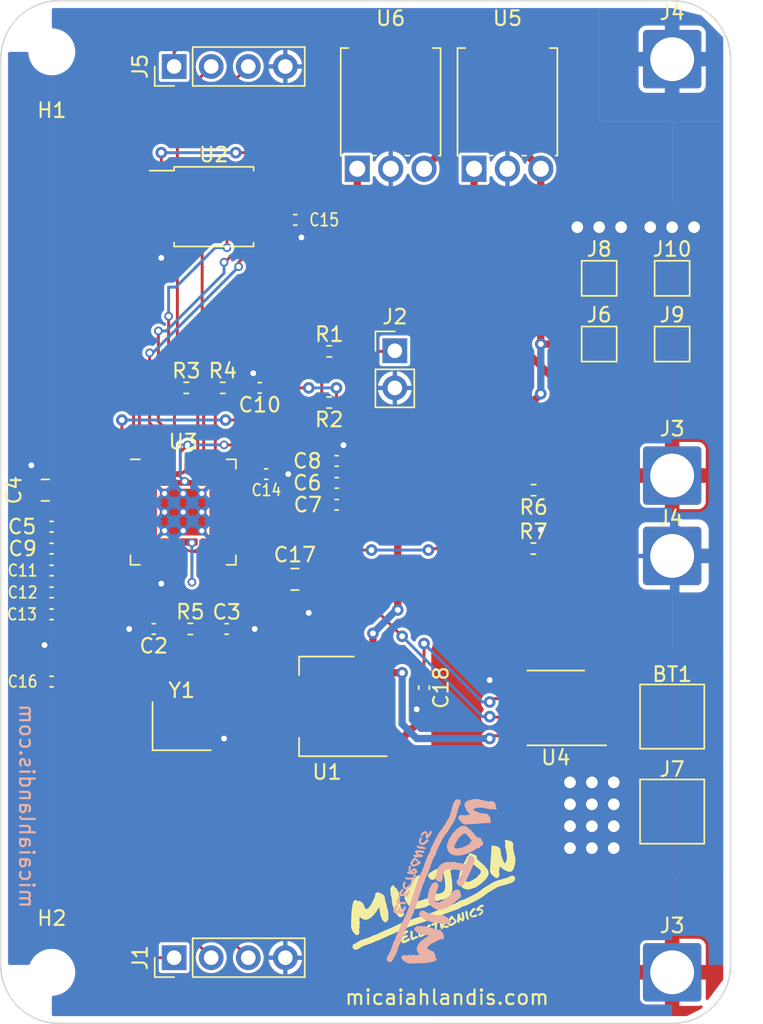
<source format=kicad_pcb>
(kicad_pcb (version 20221018) (generator pcbnew)
  (layers (0 "F.Cu" signal) (31 "B.Cu" signal) (34 "B.Paste" user) (35 "F.Paste" user) (36 "B.SilkS" user "B.Silkscreen") (37 "F.SilkS" user "F.Silkscreen") (38 "B.Mask" user) (39 "F.Mask" user) (44 "Edge.Cuts" user))
  (net 0 "")
  (net 1 "/XIN")
  (net 2 "GND")
  (net 3 "Net-(C3-Pad1)")
  (net 4 "+3V3")
  (net 5 "+1V1")
  (net 6 "Net-(U4-FILTER)")
  (net 7 "/GPIO0")
  (net 8 "/GPIO1")
  (net 9 "/GPIO2")
  (net 10 "/~{USB_BOOT}")
  (net 11 "+5V")
  (net 12 "/USB_D+")
  (net 13 "/USB_D-")
  (net 14 "/Battery_+")
  (net 15 "/QSPI_SS")
  (net 16 "Net-(U3-USB_DP)")
  (net 17 "Net-(U3-USB_DM)")
  (net 18 "/XOUT")
  (net 19 "/GPIO27_ADC1")
  (net 20 "/QSPI_SD1")
  (net 21 "/QSPI_SD2")
  (net 22 "/QSPI_SD0")
  (net 23 "/QSPI_SCLK")
  (net 24 "/QSPI_SD3")
  (net 25 "/Battery_+'")
  (net 26 "/GPIO26_ADC0")
  (net 27 "/GPIO3")
  (net 28 "/GPIO4")
  (net 29 "/GPIO5")
  (net 30 "/GPIO6")
  (net 31 "/GPIO7")
  (net 32 "/GPIO8")
  (net 33 "/GPIO9")
  (net 34 "/GPIO10")
  (net 35 "/GPIO11")
  (net 36 "/GPIO12")
  (net 37 "/GPIO13")
  (net 38 "/GPIO14")
  (net 39 "/GPIO15")
  (net 40 "/SWCLK")
  (net 41 "/SWD")
  (net 42 "/RUN")
  (net 43 "/GPIO16")
  (net 44 "/GPIO17")
  (net 45 "/GPIO18")
  (net 46 "/GPIO19")
  (net 47 "/GPIO20")
  (net 48 "/GPIO21")
  (net 49 "/GPIO22")
  (net 50 "/GPIO23")
  (net 51 "/GPIO24")
  (net 52 "/GPIO25")
  (net 53 "/GPIO28_ADC2")
  (net 54 "/GPIO29_ADC3")
  (footprint "Package_SO:SOIC-8_5.23x5.23mm_P1.27mm" (layer "F.Cu") (at 84.6 64.095)
    (fp_text reference "U2")
    (fp_text value "W25Q128JVS")
  )
  (footprint "Connector_PinHeader_2.54mm:PinHeader_1x04_P2.54mm_Vertical" (layer "F.Cu") (at 81.88 54.5 90)
    (fp_text reference "J5")
    (fp_text value "USB_data")
  )
  (footprint "MountingHole:MountingHole_2.7mm_M2.5" (layer "F.Cu") (at 73.5 53.5)
    (fp_text reference "H1")
    (fp_text value "MountingHole" hide)
  )
  (footprint "Capacitor_SMD:C_0402_1005Metric" (layer "F.Cu") (at 87.745 76.5 180)
    (fp_text reference "C10")
    (fp_text value "1u")
  )
  (footprint "Resistor_SMD:R_0402_1005Metric" (layer "F.Cu") (at 92.5 77.5 180)
    (fp_text reference "R2")
    (fp_text value "DNF")
  )
  (footprint "MountingHole:MountingHole_2.7mm_M2.5" (layer "F.Cu") (at 73.5 116.5)
    (fp_text reference "H2")
    (fp_text value "MountingHole" hide)
  )
  (footprint "TestPoint:TestPoint_Pad_4.0x4.0mm" (layer "F.Cu") (at 116 99)
    (fp_text reference "BT1")
    (fp_text value "4s Li-ion Battery")
  )
  (footprint "Connector_Wire:SolderWire-2.5sqmm_1x01_D2.4mm_OD3.6mm" (layer "F.Cu") (at 116 54)
    (fp_text reference "J4")
    (fp_text value "USB-PD_GND" hide)
  )
  (footprint "raspberry:RP2040-QFN-56" (layer "F.Cu") (at 82.5 85)
    (fp_text reference "U3")
    (fp_text value "RP2040")
  )
  (footprint "Capacitor_SMD:C_0402_1005Metric" (layer "F.Cu") (at 80.48 93 180)
    (fp_text reference "C2")
    (fp_text value "15p")
  )
  (footprint "Capacitor_SMD:C_0402_1005Metric" (layer "F.Cu") (at 93.02 81.5)
    (fp_text reference "C8")
    (fp_text value "1u")
  )
  (footprint "TestPoint:TestPoint_Pad_4.0x4.0mm" (layer "F.Cu") (at 116 105.5)
    (fp_text reference "J7")
    (fp_text value "Conn_01x01_Socket" hide)
  )
  (footprint "Package_TO_SOT_SMD:SOT-223-3_TabPin2" (layer "F.Cu") (at 92.35 98.3 180)
    (fp_text reference "U1")
    (fp_text value "NCP1117-3.3_SOT223")
  )
  (footprint "Connector_PinHeader_2.54mm:PinHeader_1x04_P2.54mm_Vertical" (layer "F.Cu") (at 81.88 115.5 90)
    (fp_text reference "J1")
    (fp_text value "OLED_Display")
  )
  (footprint "Capacitor_SMD:C_0805_2012Metric" (layer "F.Cu") (at 90.15 89.6)
    (fp_text reference "C17")
    (fp_text value "10u")
  )
  (footprint "Resistor_SMD:R_0402_1005Metric" (layer "F.Cu") (at 92.51 74)
    (fp_text reference "R1")
    (fp_text value "1k")
  )
  (footprint "Connector_Wire:SolderWire-2.5sqmm_1x01_D2.4mm_OD3.6mm" (layer "F.Cu") (at 116 116.5)
    (fp_text reference "J3")
    (fp_text value "USB-PD")
  )
  (footprint "Capacitor_SMD:C_0402_1005Metric" (layer "F.Cu") (at 73.48 92 180)
    (fp_text reference "C13")
    (fp_text value "100n")
  )
  (footprint "Resistor_SMD:R_0402_1005Metric" (layer "F.Cu") (at 82.715 76.5)
    (fp_text reference "R3")
    (fp_text value "27")
  )
  (footprint "Connector_Wire:SolderWire-2.5sqmm_1x01_D2.4mm_OD3.6mm" (layer "F.Cu") (at 116 88)
    (fp_text reference "J4")
    (fp_text value "USB-PD_GND" hide)
  )
  (footprint "Capacitor_SMD:C_0402_1005Metric" (layer "F.Cu") (at 85.48 93)
    (fp_text reference "C3")
    (fp_text value "15p")
  )
  (footprint "TestPoint:TestPoint_Pad_2.0x2.0mm" (layer "F.Cu") (at 111 73.5)
    (fp_text reference "J6")
    (fp_text value "5v_wirelessCharger_+")
  )
  (footprint "Capacitor_SMD:C_0402_1005Metric" (layer "F.Cu") (at 73.48 90.5 180)
    (fp_text reference "C12")
    (fp_text value "100n")
  )
  (footprint "Capacitor_SMD:C_0402_1005Metric" (layer "F.Cu") (at 73.48 86 180)
    (fp_text reference "C5")
    (fp_text value "100n")
  )
  (footprint "Capacitor_SMD:C_0402_1005Metric" (layer "F.Cu") (at 90.18 65)
    (fp_text reference "C15")
    (fp_text value "100n")
  )
  (footprint "Resistor_SMD:R_0402_1005Metric" (layer "F.Cu") (at 106.49 87.5)
    (fp_text reference "R7")
    (fp_text value "1.8k")
  )
  (footprint "TestPoint:TestPoint_Pad_2.0x2.0mm" (layer "F.Cu") (at 116 73.5)
    (fp_text reference "J9")
    (fp_text value "batt_V_forBarrel_+")
  )
  (footprint "Resistor_SMD:R_0402_1005Metric" (layer "F.Cu") (at 106.51 83.5 180)
    (fp_text reference "R6")
    (fp_text value "10k")
  )
  (footprint "Package_SO:SOIC-8_3.9x4.9mm_P1.27mm" (layer "F.Cu") (at 108.025 98.405 180)
    (fp_text reference "U4")
    (fp_text value "ACS712xLCTR-20A")
  )
  (footprint "Capacitor_SMD:C_0402_1005Metric" (layer "F.Cu") (at 99 97.02 -90)
    (fp_text reference "C18")
    (fp_text value "1n")
  )
  (footprint "Resistor_SMD:R_0402_1005Metric" (layer "F.Cu") (at 82.99 93)
    (fp_text reference "R5")
    (fp_text value "1k")
  )
  (footprint "Capacitor_SMD:C_0402_1005Metric" (layer "F.Cu") (at 88.18 82.4)
    (fp_text reference "C14")
    (fp_text value "100n")
  )
  (footprint "Capacitor_SMD:C_0402_1005Metric" (layer "F.Cu") (at 93.02 83)
    (fp_text reference "C6")
    (fp_text value "100n")
  )
  (footprint "Capacitor_SMD:C_0402_1005Metric" (layer "F.Cu") (at 93.02 84.5)
    (fp_text reference "C7")
    (fp_text value "100n")
  )
  (footprint "Capacitor_SMD:C_0805_2012Metric" (layer "F.Cu") (at 73.05 83.5 180)
    (fp_text reference "C4")
    (fp_text value "10u")
  )
  (footprint "Capacitor_SMD:C_0402_1005Metric" (layer "F.Cu") (at 73.48 87.5 180)
    (fp_text reference "C9")
    (fp_text value "100n")
  )
  (footprint "TestPoint:TestPoint_Pad_2.0x2.0mm" (layer "F.Cu") (at 111 69)
    (fp_text reference "J8")
    (fp_text value "wirelesscharger_gnd" hide)
  )
  (footprint "Images:Micjon electronics logo" (layer "F.Cu") (at 99.7 110.7)
    (fp_text reference "G***" hide)
    (fp_text value "LOGO" hide)
  )
  (footprint "Resistor_SMD:R_0402_1005Metric" (layer "F.Cu") (at 85.215 76.5)
    (fp_text reference "R4")
    (fp_text value "27")
  )
  (footprint "Package_TO_SOT_THT:SIPAK-1EP_Horizontal_TabDown" (layer "F.Cu") (at 102.428 61.5)
    (fp_text reference "U5")
    (fp_text value "L7805CV")
  )
  (footprint "Connector_PinHeader_2.54mm:PinHeader_1x02_P2.54mm_Vertical" (layer "F.Cu") (at 97 73.96)
    (fp_text reference "J2")
    (fp_text value "Conn_01x02")
  )
  (footprint "Capacitor_SMD:C_0402_1005Metric" (layer "F.Cu") (at 73.48 89 180)
    (fp_text reference "C11")
    (fp_text value "100n")
  )
  (footprint "TestPoint:TestPoint_Pad_2.0x2.0mm" (layer "F.Cu") (at 116 69)
    (fp_text reference "J10")
    (fp_text value "batt_V_forBarrel_-" hide)
  )
  (footprint "Crystal:Crystal_SMD_3225-4Pin_3.2x2.5mm" (layer "F.Cu") (at 82.4 99.65)
    (fp_text reference "Y1")
    (fp_text value "ABM8-272-T3")
  )
  (footprint "Capacitor_SMD:C_0402_1005Metric" (layer "F.Cu") (at 73.48 96.6 180)
    (fp_text reference "C16")
    (fp_text value "100n")
  )
  (footprint "Package_TO_SOT_THT:SIPAK-1EP_Horizontal_TabDown" (layer "F.Cu") (at 94.428 61.5)
    (fp_text reference "U6")
    (fp_text value "L7805CV")
  )
  (footprint "Connector_Wire:SolderWire-2.5sqmm_1x01_D2.4mm_OD3.6mm" (layer "F.Cu") (at 116 82.5)
    (fp_text reference "J3")
    (fp_text value "USB-PD")
  )
  (footprint "Images:Micjon electronics logo" (layer "B.Cu") (at 100.7 110.2 90)
    (fp_text reference "G***" hide)
    (fp_text value "LOGO" hide)
  )
  (gr_line (start 70 54) (end 70 116) (stroke (width 0.1)) (layer "Edge.Cuts"))
  (gr_line (start 74 50) (end 116 50) (stroke (width 0.1)) (layer "Edge.Cuts"))
  (gr_line (start 116 120) (end 74 120) (stroke (width 0.1)) (layer "Edge.Cuts"))
  (gr_arc (start 120 116) (mid 118.828427 118.828427) (end 116 120) (stroke (width 0.1)) (layer "Edge.Cuts"))
  (gr_line (start 120 54) (end 120 116) (stroke (width 0.1)) (layer "Edge.Cuts"))
  (gr_arc (start 116 50) (mid 118.828427 51.171573) (end 120 54) (stroke (width 0.1)) (layer "Edge.Cuts"))
  (gr_arc (start 70 54) (mid 71.171573 51.171573) (end 74 50) (stroke (width 0.1)) (layer "Edge.Cuts"))
  (gr_arc (start 74 120) (mid 71.171573 118.828427) (end 70 116) (stroke (width 0.1)) (layer "Edge.Cuts"))
  (gr_text "micaiahlandis.com" (at 71.2 112.2 -90) (layer "B.SilkS") (effects (font (size 1 1)) (justify left bottom mirror)))
  (gr_text "micaiahlandis.com" (at 93.5 118.8) (layer "F.SilkS") (effects (font (size 1 1)) (justify left bottom)))
  (segment (start 80.96 93) (end 79.9 94.06) (width 0.2) (layer "F.Cu") (net 1))
  (segment (start 80.96 91.34) (end 80.96 93) (width 0.2) (layer "F.Cu") (net 1))
  (segment (start 81.9 88.4375) (end 81.9 90.4) (width 0.2) (layer "F.Cu") (net 1))
  (segment (start 79.9 94.06) (end 79.9 100.5) (width 0.2) (layer "F.Cu") (net 1))
  (segment (start 81.9 90.4) (end 80.96 91.34) (width 0.2) (layer "F.Cu") (net 1))
  (segment (start 79.9 100.5) (end 81.3 100.5) (width 0.2) (layer "F.Cu") (net 1))
  (segment (start 81 89.9) (end 81.034364 89.865635) (width 0.2) (layer "F.Cu") (net 2))
  (segment (start 107 87.5) (end 107 86.2) (width 0.2) (layer "F.Cu") (net 2))
  (segment (start 85.96 93) (end 87.4 93) (width 0.2) (layer "F.Cu") (net 2))
  (segment (start 88.66 82.4) (end 89.7 82.4) (width 0.25) (layer "F.Cu") (net 2))
  (segment (start 87.4 93) (end 87.1 93) (width 0.2) (layer "F.Cu") (net 2))
  (segment (start 81.5 89.4) (end 81 89.9) (width 0.2) (layer "F.Cu") (net 2))
  (segment (start 93.5 81.5) (end 93.5 80.4) (width 0.2) (layer "F.Cu") (net 2))
  (segment (start 73 93.5) (end 73 92) (width 0.2) (layer "F.Cu") (net 2))
  (segment (start 81 66) (end 81 67.6) (width 0.2) (layer "F.Cu") (net 2))
  (segment (start 87.3 75.5) (end 87.2 75.5) (width 0.2) (layer "F.Cu") (net 2))
  (segment (start 87.265 75.435) (end 87.3 75.4) (width 0.2) (layer "F.Cu") (net 2))
  (segment (start 81.5 88.4375) (end 81.5 89.4) (width 0.2) (layer "F.Cu") (net 2))
  (segment (start 73 90.5) (end 73 89) (width 0.2) (layer "F.Cu") (net 2))
  (segment (start 83.024264 100.5) (end 83.5 100.5) (width 0.2) (layer "F.Cu") (net 2))
  (segment (start 73 87.5) (end 73 86) (width 0.2) (layer "F.Cu") (net 2))
  (segment (start 99 97.5) (end 99 98) (width 0.2) (layer "F.Cu") (net 2))
  (segment (start 87.265 76.5) (end 87.265 75.790137) (width 0.2) (layer "F.Cu") (net 2))
  (segment (start 73 95) (end 73 93.5) (width 0.2) (layer "F.Cu") (net 2))
  (segment (start 78.8 93) (end 78.7 93) (width 0.2) (layer "F.Cu") (net 2))
  (segment (start 95.5 100.6) (end 97.4 100.6) (width 0.5) (layer "F.Cu") (net 2))
  (segment (start 90.66 65) (end 90.66 66.14) (width 0.25) (layer "F.Cu") (net 2))
  (segment (start 73 86) (end 72.7 86) (width 0.2) (layer "F.Cu") (net 2))
  (segment (start 81.3 98.8) (end 81.324264 98.8) (width 0.2) (layer "F.Cu") (net 2))
  (segment (start 80 93) (end 78.8 93) (width 0.2) (layer "F.Cu") (net 2))
  (segment (start 87.3 75.4) (end 87.3 75.5) (width 0.2) (layer "F.Cu") (net 2))
  (segment (start 99 98) (end 98.5 98.5) (width 0.2) (layer "F.Cu") (net 2))
  (segment (start 73 92) (end 73 90.5) (width 0.2) (layer "F.Cu") (net 2))
  (segment (start 72.7 86) (end 72.1 85.4) (width 0.2) (layer "F.Cu") (net 2))
  (segment (start 72.1 85.4) (end 72.1 83.5) (width 0.2) (layer "F.Cu") (net 2))
  (segment (start 87.2 75.5) (end 87.3 75.4) (width 0.2) (layer "F.Cu") (net 2))
  (segment (start 83.5 100.5) (end 85.3 100.5) (width 0.2) (layer "F.Cu") (net 2))
  (segment (start 98.5 99.5) (end 98.5 98.5) (width 0.5) (layer "F.Cu") (net 2))
  (segment (start 81.324264 98.8) (end 83.024264 100.5) (width 0.2) (layer "F.Cu") (net 2))
  (segment (start 97.4 100.6) (end 98.5 99.5) (width 0.5) (layer "F.Cu") (net 2))
  (segment (start 93.5 81.5) (end 93.5 84.5) (width 0.2) (layer "F.Cu") (net 2))
  (segment (start 72.1 81.8) (end 72.1 83.5) (width 0.4) (layer "F.Cu") (net 2))
  (segment (start 73 89) (end 73 87.5) (width 0.2) (layer "F.Cu") (net 2))
  (segment (start 87.24 75.44) (end 87.3 75.5) (width 0.25) (layer "F.Cu") (net 2))
  (segment (start 91.1 89.6) (end 91.1 91.9) (width 0.25) (layer "F.Cu") (net 2))
  (segment (start 90.66 66.14) (end 90.6 66.2) (width 0.25) (layer "F.Cu") (net 2))
  (segment (start 73 96.5) (end 73 95) (width 0.2) (layer "F.Cu") (net 2))
  (segment (start 105.55 96.5) (end 103.5 96.5) (width 0.2) (layer "F.Cu") (net 2))
  (via (at 110.5 103.5) (size 1) (drill 0.8) (layers "F.Cu" "B.Cu") (net 2))
  (via (at 81 89.9) (size 0.8) (drill 0.4) (layers "F.Cu" "B.Cu") (net 2))
  (via (at 114.5 65.5) (size 1) (drill 0.8) (layers "F.Cu" "B.Cu") (net 2))
  (via (at 117.5 65.5) (size 1) (drill 0.8) (layers "F.Cu" "B.Cu") (net 2))
  (via (at 93.480453 80.418585) (size 0.8) (drill 0.4) (layers "F.Cu" "B.Cu") (net 2))
  (via (at 87.3 75.5) (size 0.8) (drill 0.4) (layers "F.Cu" "B.Cu") (net 2))
  (via (at 112.5 65.5) (size 1) (drill 0.8) (layers "F.Cu" "B.Cu") (net 2))
  (via (at 116 65.5) (size 1) (drill 0.8) (layers "F.Cu" "B.Cu") (net 2))
  (via (at 89.7 82.4) (size 0.8) (drill 0.4) (layers "F.Cu" "B.Cu") (net 2))
  (via (at 98.5 98.5) (size 0.8) (drill 0.4) (layers "F.Cu" "B.Cu") (net 2))
  (via (at 112 103.5) (size 1) (drill 0.8) (layers "F.Cu" "B.Cu") (net 2))
  (via (at 73 94.1) (size 0.8) (drill 0.4) (layers "F.Cu" "B.Cu") (net 2))
  (via (at 81 67.6) (size 0.8) (drill 0.4) (layers "F.Cu" "B.Cu") (net 2))
  (via (at 112 108) (size 1) (drill 0.8) (layers "F.Cu" "B.Cu") (net 2))
  (via (at 72.1 81.8) (size 0.8) (drill 0.4) (layers "F.Cu" "B.Cu") (net 2))
  (via (at 78.8 93) (size 0.8) (drill 0.4) (layers "F.Cu" "B.Cu") (net 2))
  (via (at 111 65.5) (size 1) (drill 0.8) (layers "F.Cu" "B.Cu") (net 2))
  (via (at 112 105) (size 1) (drill 0.8) (layers "F.Cu" "B.Cu") (net 2))
  (via (at 112 106.5) (size 1) (drill 0.8) (layers "F.Cu" "B.Cu") (net 2))
  (via (at 103.5 96.5) (size 0.8) (drill 0.4) (layers "F.Cu" "B.Cu") (net 2))
  (via (at 109.5 65.5) (size 1) (drill 0.8) (layers "F.Cu" "B.Cu") (net 2))
  (via (at 109 103.5) (size 1) (drill 0.8) (layers "F.Cu" "B.Cu") (net 2))
  (via (at 109 106.5) (size 1) (drill 0.8) (layers "F.Cu" "B.Cu") (net 2))
  (via (at 110.5 105) (size 1) (drill 0.8) (layers "F.Cu" "B.Cu") (net 2))
  (via (at 85.3 100.5) (size 0.8) (drill 0.4) (layers "F.Cu" "B.Cu") (net 2))
  (via (at 87.4 93) (size 0.8) (drill 0.4) (layers "F.Cu" "B.Cu") (net 2))
  (via (at 91.1 91.9) (size 0.8) (drill 0.4) (layers "F.Cu" "B.Cu") (net 2))
  (via (at 107 86.2) (size 0.8) (drill 0.4) (layers "F.Cu" "B.Cu") (net 2))
  (via (at 110.5 106.5) (size 1) (drill 0.8) (layers "F.Cu" "B.Cu") (net 2))
  (via (at 90.6 66.2) (size 0.8) (drill 0.4) (layers "F.Cu" "B.Cu") (net 2))
  (via (at 109 105) (size 1) (drill 0.8) (layers "F.Cu" "B.Cu") (net 2))
  (via (at 109 108) (size 1) (drill 0.8) (layers "F.Cu" "B.Cu") (net 2))
  (via (at 110.5 108) (size 1) (drill 0.8) (layers "F.Cu" "B.Cu") (net 2))
  (segment (start 83.5 93) (end 83.5 98.8) (width 0.2) (layer "F.Cu") (net 3))
  (segment (start 85 93) (end 83.5 93) (width 0.2) (layer "F.Cu") (net 3))
  (segment (start 86.469974 86) (end 89.2 88.730026) (width 0.2) (layer "F.Cu") (net 4))
  (segment (start 85.9375 86) (end 85 86) (width 0.2) (layer "F.Cu") (net 4))
  (segment (start 89.7 66.8) (end 89.7 62.89) (width 0.2) (layer "F.Cu") (net 4))
  (segment (start 79.0625 82.4) (end 75.1 82.4) (width 0.2) (layer "F.Cu") (net 4))
  (segment (start 85.1 82.5) (end 85.1 82.6) (width 0.2) (layer "F.Cu") (net 4))
  (segment (start 93 76.5) (end 93.01 76.51) (width 0.2) (layer "F.Cu") (net 4))
  (segment (start 73.96 86) (end 73.96 87.5) (width 0.2) (layer "F.Cu") (net 4))
  (segment (start 73.96 87.5) (end 73.96 89) (width 0.2) (layer "F.Cu") (net 4))
  (segment (start 84.7 78) (end 84.7 81.5625) (width 0.2) (layer "F.Cu") (net 4))
  (segment (start 88.225 76.5) (end 88.225 68.275) (width 0.2) (layer "F.Cu") (net 4))
  (segment (start 89.2 88.730026) (end 89.2 98.3) (width 0.2) (layer "F.Cu") (net 4))
  (segment (start 82.7 81.5625) (end 82.7 82.094974) (width 0.2) (layer "F.Cu") (net 4))
  (segment (start 82.2 82.3) (end 82.1 82.4) (width 0.2) (layer "F.Cu") (net 4))
  (segment (start 83.1 82.4) (end 82.7 82) (width 0.2) (layer "F.Cu") (net 4))
  (segment (start 85.9375 82.4) (end 85.2 82.4) (width 0.2) (layer "F.Cu") (net 4))
  (segment (start 84.7 81.5625) (end 84.7 82.6) (width 0.2) (layer "F.Cu") (net 4))
  (segment (start 74 83.5) (end 74 85.96) (width 0.2) (layer "F.Cu") (net 4))
  (segment (start 83.1 81.5625) (end 83.1 82.4) (width 0.2) (layer "F.Cu") (net 4))
  (segment (start 88.225 68.275) (end 89.7 66.8) (width 0.2) (layer "F.Cu") (net 4))
  (segment (start 75.1 82.4) (end 74 83.5) (width 0.2) (layer "F.Cu") (net 4))
  (segment (start 73.96 92) (end 73.96 93.5) (width 0.2) (layer "F.Cu") (net 4))
  (segment (start 85.2 82.4) (end 85.1 82.5) (width 0.2) (layer "F.Cu") (net 4))
  (segment (start 79.0625 82.4) (end 80.2 82.4) (width 0.2) (layer "F.Cu") (net 4))
  (segment (start 73.96 89) (end 73.96 90.5) (width 0.2) (layer "F.Cu") (net 4))
  (segment (start 85.1 77.6) (end 84.7 78) (width 0.2) (layer "F.Cu") (net 4))
  (segment (start 88.225 76.5) (end 87.125 77.6) (width 0.2) (layer "F.Cu") (net 4))
  (segment (start 82.494974 82.3) (end 82.2 82.3) (width 0.2) (layer "F.Cu") (net 4))
  (segment (start 73.96 90.5) (end 73.96 92) (width 0.2) (layer "F.Cu") (net 4))
  (segment (start 89.2 98.3) (end 95.5 98.3) (width 0.2) (layer "F.Cu") (net 4))
  (segment (start 73.96 95) (end 73.96 96.5) (width 0.2) (layer "F.Cu") (net 4))
  (segment (start 91.1 76.5) (end 88.225 76.5) (width 0.2) (layer "F.Cu") (net 4))
  (segment (start 82.7 88.4375) (end 82.7 87.6) (width 0.2) (layer "F.Cu") (net 4))
  (segment (start 89 62.19) (end 88.2 62.19) (width 0.2) (layer "F.Cu") (net 4))
  (segment (start 85.9375 86) (end 86.469974 86) (width 0.2) (layer "F.Cu") (net 4))
  (segment (start 82.7 82.094974) (end 82.494974 82.3) (width 0.2) (layer "F.Cu") (net 4))
  (segment (start 89.7 62.89) (end 89 62.19) (width 0.2) (layer "F.Cu") (net 4))
  (segment (start 85.1 81.5625) (end 85.1 82.5) (width 0.2) (layer "F.Cu") (net 4))
  (segment (start 74 85.96) (end 73.96 86) (width 0.2) (layer "F.Cu") (net 4))
  (segment (start 79.0625 86) (end 80 86) (width 0.2) (layer "F.Cu") (net 4))
  (segment (start 87.125 77.6) (end 85.1 77.6) (width 0.2) (layer "F.Cu") (net 4))
  (segment (start 82.7 82) (end 82.7 81.5625) (width 0.2) (layer "F.Cu") (net 4))
  (segment (start 93.01 77.5) (end 93 76.5) (width 0.2) (layer "F.Cu") (net 4))
  (segment (start 85.9375 82.4) (end 87.7 82.4) (width 0.2) (layer "F.Cu") (net 4))
  (segment (start 73.96 93.5) (end 73.96 95) (width 0.2) (layer "F.Cu") (net 4))
  (via (at 91.1 76.5) (size 0.8) (drill 0.4) (layers "F.Cu" "B.Cu") (net 4))
  (via (at 93 76.5) (size 0.8) (drill 0.4) (layers "F.Cu" "B.Cu") (net 4))
  (segment (start 93 76.5) (end 91.1 76.5) (width 0.2) (layer "B.Cu") (net 4))
  (segment (start 92.54 81.5) (end 92.54 84.5) (width 0.2) (layer "F.Cu") (net 5))
  (segment (start 84.3 81.5625) (end 84.3 82.7) (width 0.2) (layer "F.Cu") (net 5))
  (segment (start 82.3 80.9) (end 82.8 80.4) (width 0.2) (layer "F.Cu") (net 5))
  (segment (start 82.3 81.5625) (end 82.3 80.9) (width 0.2) (layer "F.Cu") (net 5))
  (segment (start 92.2 80.4) (end 92.54 80.74) (width 0.2) (layer "F.Cu") (net 5))
  (segment (start 83.1 88.4375) (end 83.1 89.8) (width 0.2) (layer "F.Cu") (net 5))
  (segment (start 85.3 80.4) (end 92.2 80.4) (width 0.2) (layer "F.Cu") (net 5))
  (segment (start 92.54 80.74) (end 92.54 81.5) (width 0.2) (layer "F.Cu") (net 5))
  (via (at 82.8 80.4) (size 0.6) (drill 0.35) (layers "F.Cu" "B.Cu") (net 5))
  (via (at 83.1 87.1) (size 0.6) (drill 0.35) (layers "F.Cu" "B.Cu") (net 5))
  (via (at 82.6 82.9) (size 0.6) (drill 0.35) (layers "F.Cu" "B.Cu") (net 5))
  (via (at 83.1 89.8) (size 0.6) (drill 0.35) (layers "F.Cu" "B.Cu") (net 5))
  (via (at 85.3 80.4) (size 0.6) (drill 0.35) (layers "F.Cu" "B.Cu") (net 5))
  (segment (start 82.3 82.6) (end 82.6 82.9) (width 0.2) (layer "B.Cu") (net 5))
  (segment (start 82.8 80.4) (end 85.3 80.4) (width 0.2) (layer "B.Cu") (net 5))
  (segment (start 82.3 80.4) (end 82.3 82.6) (width 0.2) (layer "B.Cu") (net 5))
  (segment (start 83.1 89.8) (end 83.1 87.2) (width 0.2) (layer "B.Cu") (net 5))
  (segment (start 82.3 80.4) (end 82.8 80.4) (width 0.2) (layer "B.Cu") (net 5))
  (segment (start 99 95.5) (end 99 94) (width 0.2) (layer "F.Cu") (net 6))
  (segment (start 103.73 97.77) (end 103.5 98) (width 0.2) (layer "F.Cu") (net 6))
  (segment (start 99 96.54) (end 99 95.5) (width 0.2) (layer "F.Cu") (net 6))
  (segment (start 105.55 97.77) (end 103.73 97.77) (width 0.2) (layer "F.Cu") (net 6))
  (segment (start 99 94) (end 99 94.307574) (width 0.2) (layer "F.Cu") (net 6))
  (via (at 99 94) (size 0.8) (drill 0.4) (layers "F.Cu" "B.Cu") (net 6))
  (via (at 103.5 98) (size 0.8) (drill 0.4) (layers "F.Cu" "B.Cu") (net 6))
  (segment (start 99 94) (end 103 98) (width 0.2) (layer "B.Cu") (net 6))
  (segment (start 103 98) (end 103.5 98) (width 0.2) (layer "B.Cu") (net 6))
  (segment (start 75.4 82.8) (end 74.9 83.3) (width 0.2) (layer "F.Cu") (net 7))
  (segment (start 77.5 115.5) (end 81.88 115.5) (width 0.2) (layer "F.Cu") (net 7))
  (segment (start 79.0625 82.8) (end 75.4 82.8) (width 0.2) (layer "F.Cu") (net 7))
  (segment (start 74.9 112.9) (end 77.5 115.5) (width 0.2) (layer "F.Cu") (net 7))
  (segment (start 74.9 83.3) (end 74.9 112.9) (width 0.2) (layer "F.Cu") (net 7))
  (segment (start 82.12 113.2) (end 84.42 115.5) (width 0.2) (layer "F.Cu") (net 8))
  (segment (start 79.0625 83.2) (end 75.8 83.2) (width 0.2) (layer "F.Cu") (net 8))
  (segment (start 75.8 83.2) (end 75.3 83.7) (width 0.2) (layer "F.Cu") (net 8))
  (segment (start 75.3 83.7) (end 75.3 111.9) (width 0.2) (layer "F.Cu") (net 8))
  (segment (start 75.3 111.9) (end 76.6 113.2) (width 0.2) (layer "F.Cu") (net 8))
  (segment (start 76.6 113.2) (end 82.12 113.2) (width 0.2) (layer "F.Cu") (net 8))
  (segment (start 79.0625 83.6) (end 76.2 83.6) (width 0.2) (layer "F.Cu") (net 9))
  (segment (start 75.7 84.1) (end 75.7 111.734314) (width 0.2) (layer "F.Cu") (net 9))
  (segment (start 75.7 111.734314) (end 76.682843 112.717157) (width 0.2) (layer "F.Cu") (net 9))
  (segment (start 76.2 83.6) (end 75.7 84.1) (width 0.2) (layer "F.Cu") (net 9))
  (segment (start 84.177157 112.717157) (end 86.96 115.5) (width 0.2) (layer "F.Cu") (net 9))
  (segment (start 76.682843 112.717157) (end 84.177157 112.717157) (width 0.2) (layer "F.Cu") (net 9))
  (segment (start 93.02 74) (end 96.96 74) (width 0.2) (layer "F.Cu") (net 10))
  (segment (start 96.96 74) (end 97 73.96) (width 0.2) (layer "F.Cu") (net 10))
  (segment (start 97.2 86.7) (end 107 76.9) (width 0.5) (layer "F.Cu") (net 11))
  (segment (start 97.5 96) (end 97.407875 96) (width 0.5) (layer "F.Cu") (net 11))
  (segment (start 100.7 59.6) (end 105.1 59.6) (width 0.5) (layer "F.Cu") (net 11))
  (segment (start 92.6 52.2) (end 92.6 59.3) (width 0.2) (layer "F.Cu") (net 11))
  (segment (start 83.2 52.2) (end 92.6 52.2) (width 0.2) (layer "F.Cu") (net 11))
  (segment (start 95.5 93.3) (end 95.5 93.2) (width 0.5) (layer "F.Cu") (net 11))
  (segment (start 81.88 54.5) (end 81.88 53.52) (width 0.2) (layer "F.Cu") (net 11))
  (segment (start 103.69 100.31) (end 103.5 100.5) (width 0.2) (layer "F.Cu") (net 11))
  (segment (start 92.6 59.3) (end 92.7 59.4) (width 0.2) (layer "F.Cu") (net 11))
  (segment (start 95.5 96) (end 95.5 93.3) (width 0.5) (layer "F.Cu") (net 11))
  (segment (start 107 73.5) (end 111 73.5) (width 0.5) (layer "F.Cu") (net 11))
  (segment (start 107 61.5) (end 107 67.5) (width 0.5) (layer "F.Cu") (net 11))
  (segment (start 107 67.5) (end 107 73.5) (width 0.5) (layer "F.Cu") (net 11))
  (segment (start 105.1 59.6) (end 107 61.5) (width 0.5) (layer "F.Cu") (net 11))
  (segment (start 99 61.5) (end 100.7 59.8) (width 0.5) (layer "F.Cu") (net 11))
  (segment (start 100.7 59.8) (end 100.7 59.6) (width 0.5) (layer "F.Cu") (net 11))
  (segment (start 97.2 91.7) (end 97.2 86.7) (width 0.5) (layer "F.Cu") (net 11))
  (segment (start 100.5 59.4) (end 100.7 59.6) (width 0.2) (layer "F.Cu") (net 11))
  (segment (start 81.88 53.52) (end 83.2 52.2) (width 0.2) (layer "F.Cu") (net 11))
  (segment (start 92.7 59.4) (end 100.5 59.4) (width 0.2) (layer "F.Cu") (net 11))
  (segment (start 105.55 100.31) (end 103.69 100.31) (width 0.2) (layer "F.Cu") (net 11))
  (segment (start 95.5 96) (end 97.5 96) (width 0.5) (layer "F.Cu") (net 11))
  (via (at 107 73.5) (size 0.8) (drill 0.4) (layers "F.Cu" "B.Cu") (net 11))
  (via (at 95.5 93.3) (size 0.8) (drill 0.4) (layers "F.Cu" "B.Cu") (net 11))
  (via (at 97.5 96) (size 0.8) (drill 0.4) (layers "F.Cu" "B.Cu") (net 11))
  (via (at 97.2 91.7) (size 0.8) (drill 0.4) (layers "F.Cu" "B.Cu") (net 11))
  (via (at 107 76.9) (size 0.8) (drill 0.4) (layers "F.Cu" "B.Cu") (net 11))
  (via (at 103.5 100.5) (size 0.8) (drill 0.4) (layers "F.Cu" "B.Cu") (net 11))
  (segment (start 97.5 99.5) (end 98.5 100.5) (width 0.5) (layer "B.Cu") (net 11))
  (segment (start 97.5 96) (end 97.5 99.5) (width 0.5) (layer "B.Cu") (net 11))
  (segment (start 107 76.9) (end 107 73.5) (width 0.5) (layer "B.Cu") (net 11))
  (segment (start 98.5 100.5) (end 103.5 100.5) (width 0.5) (layer "B.Cu") (net 11))
  (segment (start 97.2 91.6) (end 97.2 91.6) (width 0.5) (layer "B.Cu") (net 11))
  (segment (start 95.5 93.3) (end 97.1 91.7) (width 0.5) (layer "B.Cu") (net 11))
  (segment (start 97.1 91.7) (end 97.2 91.7) (width 0.5) (layer "B.Cu") (net 11))
  (segment (start 97.2 91.7) (end 97.2 91.6) (width 0.5) (layer "B.Cu") (net 11))
  (segment (start 82.1 76.395) (end 82.1 56.82) (width 0.2) (layer "F.Cu") (net 12))
  (segment (start 82.205 76.5) (end 82.1 76.395) (width 0.2) (layer "F.Cu") (net 12))
  (segment (start 82.1 56.82) (end 84.42 54.5) (width 0.2) (layer "F.Cu") (net 12))
  (segment (start 84.705 76.5) (end 84.705 75.905) (width 0.2) (layer "F.Cu") (net 13))
  (segment (start 83.8 57.66) (end 86.96 54.5) (width 0.2) (layer "F.Cu") (net 13))
  (segment (start 84.705 75.905) (end 83.8 75) (width 0.2) (layer "F.Cu") (net 13))
  (segment (start 83.8 75) (end 83.8 57.66) (width 0.2) (layer "F.Cu") (net 13))
  (segment (start 94.4 63) (end 94.428 62.972) (width 0.5) (layer "F.Cu") (net 14))
  (segment (start 102.428 63.428) (end 94.828 63.428) (width 0.5) (layer "F.Cu") (net 14))
  (segment (start 102.428 63.428) (end 102.5 63.5) (width 0.5) (layer "F.Cu") (net 14))
  (segment (start 102.428 61.5) (end 102.428 63.428) (width 0.5) (layer "F.Cu") (net 14))
  (segment (start 94.828 63.428) (end 94.4 63) (width 0.5) (layer "F.Cu") (net 14))
  (segment (start 94.428 62.972) (end 94.428 61.5) (width 0.5) (layer "F.Cu") (net 14))
  (segment (start 106 74) (end 108.5 76.5) (width 0.5) (layer "F.Cu") (net 14))
  (segment (start 107.02 83.5) (end 108.7 83.5) (width 0.2) (layer "F.Cu") (net 14))
  (segment (start 106 63.5) (end 106 74) (width 0.5) (layer "F.Cu") (net 14))
  (segment (start 102.5 63.5) (end 106 63.5) (width 0.5) (layer "F.Cu") (net 14))
  (segment (start 90.79 78.7) (end 91.99 77.5) (width 0.2) (layer "F.Cu") (net 15))
  (segment (start 92 64.553604) (end 92 74) (width 0.2) (layer "F.Cu") (net 15))
  (segment (start 78.934315 80.4) (end 78.3 79.765685) (width 0.2) (layer "F.Cu") (net 15))
  (segment (start 79.9 81.5625) (end 79.9 80.4) (width 0.2) (layer "F.Cu") (net 15))
  (segment (start 86.1 60.4) (end 87.846396 60.4) (width 0.2) (layer "F.Cu") (net 15))
  (segment (start 78.3 79.765685) (end 78.3 78.7) (width 0.2) (layer "F.Cu") (net 15))
  (segment (start 85.4 78.7) (end 90.79 78.7) (width 0.2) (layer "F.Cu") (net 15))
  (segment (start 91.99 74.01) (end 92 74) (width 0.2) (layer "F.Cu") (net 15))
  (segment (start 87.846396 60.4) (end 92 64.553604) (width 0.2) (layer "F.Cu") (net 15))
  (segment (start 79.9 80.4) (end 78.934315 80.4) (width 0.2) (layer "F.Cu") (net 15))
  (segment (start 91.99 77.5) (end 91.99 74.01) (width 0.2) (layer "F.Cu") (net 15))
  (segment (start 81 62.19) (end 81 60.4) (width 0.2) (layer "F.Cu") (net 15))
  (via (at 81 60.4) (size 0.8) (drill 0.4) (layers "F.Cu" "B.Cu") (net 15))
  (via (at 78.3 78.7) (size 0.8) (drill 0.4) (layers "F.Cu" "B.Cu") (net 15))
  (via (at 85.4 78.7) (size 0.8) (drill 0.4) (layers "F.Cu" "B.Cu") (net 15))
  (via (at 86.1 60.4) (size 0.8) (drill 0.4) (layers "F.Cu" "B.Cu") (net 15))
  (segment (start 78.3 78.7) (end 85.4 78.7) (width 0.2) (layer "B.Cu") (net 15))
  (segment (start 81 60.4) (end 86.1 60.4) (width 0.2) (layer "B.Cu") (net 15))
  (segment (start 85.4 78.7) (end 85.5 78.7) (width 0.2) (layer "B.Cu") (net 15))
  (segment (start 83.4 76.5) (end 83.5 76.6) (width 0.2) (layer "F.Cu") (net 16))
  (segment (start 83.225 76.5) (end 83.4 76.5) (width 0.2) (layer "F.Cu") (net 16))
  (segment (start 83.5 76.6) (end 83.5 81.5625) (width 0.2) (layer "F.Cu") (net 16))
  (segment (start 83.9 77.2) (end 83.9 81.5625) (width 0.2) (layer "F.Cu") (net 17))
  (segment (start 85.025 77.2) (end 83.9 77.2) (width 0.2) (layer "F.Cu") (net 17))
  (segment (start 85.725 76.5) (end 85.025 77.2) (width 0.2) (layer "F.Cu") (net 17))
  (segment (start 82.3 92.82) (end 82.48 93) (width 0.2) (layer "F.Cu") (net 18))
  (segment (start 82.3 88.4375) (end 82.3 92.82) (width 0.2) (layer "F.Cu") (net 18))
  (segment (start 85.9375 83.6) (end 88.2 83.6) (width 0.2) (layer "F.Cu") (net 19))
  (segment (start 92.2 87.6) (end 95.4 87.6) (width 0.2) (layer "F.Cu") (net 19))
  (segment (start 88.2 83.6) (end 92.2 87.6) (width 0.2) (layer "F.Cu") (net 19))
  (segment (start 105.98 87.5) (end 105.98 83.52) (width 0.2) (layer "F.Cu") (net 19))
  (segment (start 99.4 87.5) (end 105.98 87.5) (width 0.2) (layer "F.Cu") (net 19))
  (segment (start 105.98 83.52) (end 106 83.5) (width 0.2) (layer "F.Cu") (net 19))
  (segment (start 99.3 87.6) (end 99.4 87.5) (width 0.2) (layer "F.Cu") (net 19))
  (segment (start 95.4 87.6) (end 95.5 87.6) (width 0.2) (layer "F.Cu") (net 19))
  (via (at 99.3 87.6) (size 0.8) (drill 0.4) (layers "F.Cu" "B.Cu") (net 19))
  (via (at 95.4 87.6) (size 0.8) (drill 0.4) (layers "F.Cu" "B.Cu") (net 19))
  (segment (start 95.4 87.6) (end 99.3 87.6) (width 0.2) (layer "B.Cu") (net 19))
  (segment (start 80.3 81.5625) (end 80.3 80) (width 0.2) (layer "F.Cu") (net 20))
  (segment (start 80.3 80) (end 79.1 80) (width 0.2) (layer "F.Cu") (net 20))
  (segment (start 80.2 63.46) (end 81 63.46) (width 0.2) (layer "F.Cu") (net 20))
  (segment (start 79.1 64.56) (end 80.2 63.46) (width 0.2) (layer "F.Cu") (net 20))
  (segment (start 79.1 80) (end 79.1 64.56) (width 0.2) (layer "F.Cu") (net 20))
  (segment (start 79.5 79.6) (end 79.5 65.43) (width 0.2) (layer "F.Cu") (net 21))
  (segment (start 80.7 79.834315) (end 80.465685 79.6) (width 0.2) (layer "F.Cu") (net 21))
  (segment (start 80.7 81.5625) (end 80.7 79.834315) (width 0.2) (layer "F.Cu") (net 21))
  (segment (start 80.2 64.73) (end 81 64.73) (width 0.2) (layer "F.Cu") (net 21))
  (segment (start 80.465685 79.6) (end 79.5 79.6) (width 0.2) (layer "F.Cu") (net 21))
  (segment (start 79.5 65.43) (end 80.2 64.73) (width 0.2) (layer "F.Cu") (net 21))
  (segment (start 80.631371 79.2) (end 80.5 79.2) (width 0.2) (layer "F.Cu") (net 22))
  (segment (start 86.3 68.2) (end 86.3 67.9) (width 0.2) (layer "F.Cu") (net 22))
  (segment (start 86.3 67.9) (end 88.2 66) (width 0.2) (layer "F.Cu") (net 22))
  (segment (start 80.5 79.2) (end 80.2 78.9) (width 0.2) (layer "F.Cu") (net 22))
  (segment (start 81.1 81.5625) (end 81.1 79.668629) (width 0.2) (layer "F.Cu") (net 22))
  (segment (start 81.1 79.668629) (end 80.631371 79.2) (width 0.2) (layer "F.Cu") (net 22))
  (segment (start 80.2 78.9) (end 80.2 74) (width 0.2) (layer "F.Cu") (net 22))
  (via (at 80.2 74.1) (size 0.6) (drill 0.35) (layers "F.Cu" "B.Cu") (net 22))
  (via (at 86.3 68.2) (size 0.6) (drill 0.35) (layers "F.Cu" "B.Cu") (net 22))
  (segment (start 80.414215 74.1) (end 86.3 68.214215) (width 0.2) (layer "B.Cu") (net 22))
  (segment (start 80.2 74.1) (end 80.414215 74.1) (width 0.2) (layer "B.Cu") (net 22))
  (segment (start 86.3 68.2) (end 86.3 68.214215) (width 0.2) (layer "B.Cu") (net 22))
  (segment (start 80.8 72.6) (end 80.8 78.802943) (width 0.2) (layer "F.Cu") (net 23))
  (segment (start 87.67 64.73) (end 88.2 64.73) (width 0.2) (layer "F.Cu") (net 23))
  (segment (start 85.3 67.9) (end 85.348529 67.9) (width 0.2) (layer "F.Cu") (net 23))
  (segment (start 80.8 78.802943) (end 81.5 79.502943) (width 0.2) (layer "F.Cu") (net 23))
  (segment (start 81.5 81.5625) (end 81.5 79.502943) (width 0.2) (layer "F.Cu") (net 23))
  (segment (start 87.1 66.148529) (end 87.1 65.3) (width 0.2) (layer "F.Cu") (net 23))
  (segment (start 85.348529 67.9) (end 87.1 66.148529) (width 0.2) (layer "F.Cu") (net 23))
  (segment (start 87.1 65.3) (end 87.67 64.73) (width 0.2) (layer "F.Cu") (net 23))
  (via (at 85.3 67.9) (size 0.6) (drill 0.35) (layers "F.Cu" "B.Cu") (net 23))
  (via (at 80.8 72.6) (size 0.6) (drill 0.35) (layers "F.Cu" "B.Cu") (net 23))
  (segment (start 81.348529 72.6) (end 85.3 68.648529) (width 0.2) (layer "B.Cu") (net 23))
  (segment (start 85.3 68.648529) (end 85.3 67.9) (width 0.2) (layer "B.Cu") (net 23))
  (segment (start 80.8 72.6) (end 81.348529 72.6) (width 0.2) (layer "B.Cu") (net 23))
  (segment (start 85.5 66.9) (end 85.5 65.36) (width 0.2) (layer "F.Cu") (net 24))
  (segment (start 87.4 63.46) (end 88.2 63.46) (width 0.2) (layer "F.Cu") (net 24))
  (segment (start 85.5 65.36) (end 87.4 63.46) (width 0.2) (layer "F.Cu") (net 24))
  (segment (start 81.9 81.5625) (end 81.9 77.130182) (width 0.2) (layer "F.Cu") (net 24))
  (segment (start 81.9 77.130182) (end 81.5 76.730182) (width 0.2) (layer "F.Cu") (net 24))
  (segment (start 81.5 76.730182) (end 81.5 71.6) (width 0.2) (layer "F.Cu") (net 24))
  (via (at 85.5 66.9) (size 0.6) (drill 0.35) (layers "F.Cu" "B.Cu") (net 24))
  (via (at 81.5 71.6) (size 0.6) (drill 0.35) (layers "F.Cu" "B.Cu") (net 24))
  (segment (start 84.7 66.9) (end 82 69.6) (width 0.2) (layer "B.Cu") (net 24))
  (segment (start 81.5 69.6) (end 81.5 71.6) (width 0.2) (layer "B.Cu") (net 24))
  (segment (start 85.5 66.9) (end 84.7 66.9) (width 0.2) (layer "B.Cu") (net 24))
  (segment (start 82 69.6) (end 81.5 69.6) (width 0.2) (layer "B.Cu") (net 24))
  (segment (start 97.5 93.5) (end 88 84) (width 0.2) (layer "F.Cu") (net 26))
  (segment (start 105.55 99.04) (end 103.54 99.04) (width 0.2) (layer "F.Cu") (net 26))
  (segment (start 103.54 99.04) (end 103.5 99) (width 0.2) (layer "F.Cu") (net 26))
  (segment (start 88 84) (end 85.9375 84) (width 0.2) (layer "F.Cu") (net 26))
  (via (at 97.5 93.5) (size 0.8) (drill 0.4) (layers "F.Cu" "B.Cu") (net 26))
  (via (at 103.5 99) (size 0.8) (drill 0.4) (layers "F.Cu" "B.Cu") (net 26))
  (segment (start 103.5 99) (end 103 99) (width 0.2) (layer "B.Cu") (net 26))
  (segment (start 103 99) (end 97.5 93.5) (width 0.2) (layer "B.Cu") (net 26))
  (zone (net 14) (net_name "/Battery_+") (layer "F.Cu") (priority 7) (connect_pads (clearance 0.2)) (min_thickness 0.2) (fill yes (thermal_gap 0.3) (thermal_bridge_width 1))
    (polygon (pts (xy 107.5 110) (xy 119.5 110) (xy 119.5 117) (xy 118 119) (xy 117 119.5) (xy 99.5 119.5) (xy 99.5 90) (xy 107.5 90)))
  )
  (zone (net 14) (net_name "/Battery_+") (layer "F.Cu") (priority 8) (connect_pads (clearance 0.5)) (min_thickness 0.25) (fill yes (thermal_gap 0.5) (thermal_bridge_width 0.5))
    (polygon (pts (xy 108 90) (xy 107.5 90) (xy 107.5 98.5) (xy 108.025 98.405)))
  )
  (zone (net 25) (net_name "/Battery_+'") (layer "F.Cu") (priority 4) (connect_pads (clearance 0.2)) (min_thickness 0.2) (fill yes (thermal_gap 0.3) (thermal_bridge_width 1))
    (polygon (pts (xy 119.5 102) (xy 108 102) (xy 108 98.5) (xy 113 98.5) (xy 113 94.5) (xy 119.5 94.5)))
  )
  (zone (net 5) (net_name "+1V1") (layer "F.Cu") (priority 11) (connect_pads (clearance 0.15)) (min_thickness 0.15) (fill yes (thermal_gap 0.5) (thermal_bridge_width 0.5))
    (polygon (pts (xy 84.5 82.2) (xy 84.5 83.2) (xy 80.7 83.2) (xy 80.7 86.8) (xy 83.6 86.8) (xy 83.6 87.4) (xy 80.2 87.4) (xy 80.2 82.7) (xy 84 82.7) (xy 84 82.2)))
  )
  (zone (net 2) (net_name "GND") (layer "F.Cu") (priority 6) (connect_pads (clearance 0.5)) (min_thickness 0.25) (fill yes (thermal_gap 0.5) (thermal_bridge_width 1))
    (polygon (pts (xy 108 102.5) (xy 119.5 102.5) (xy 119.5 109.5) (xy 108 109.5)))
  )
  (zone (net 14) (net_name "/Battery_+") (layer "F.Cu") (priority 5) (connect_pads (clearance 0.2)) (min_thickness 0.2) (fill yes (thermal_gap 0.3) (thermal_bridge_width 1))
    (polygon (pts (xy 112.5 98.5) (xy 108 98.5) (xy 108 76) (xy 119.5 76) (xy 119.5 85.5) (xy 113.5 85.5) (xy 113.5 94.5) (xy 112.5 94.5)))
  )
  (zone (net 2) (net_name "GND") (layer "F.Cu") (priority 10) (connect_pads (clearance 0.2)) (min_thickness 0.2) (fill yes (thermal_gap 0.3) (thermal_bridge_width 1))
    (polygon (pts (xy 119.5 71) (xy 108 71) (xy 108 64) (xy 119.5 64)))
  )
  (zone (net 4) (net_name "+3V3") (layer "F.Cu") (priority 12) (connect_pads (clearance 0.15)) (min_thickness 0.15) (fill yes (thermal_gap 0.3) (thermal_bridge_width 0.3))
    (polygon (pts (xy 84.6 82.2) (xy 84.6 83.3) (xy 84.3 83.3) (xy 84.3 86.8) (xy 83.7 86.8) (xy 83.7 87.5) (xy 80.1 87.5) (xy 80.1 82.6) (xy 83.9 82.6) (xy 83.9 82.2) (xy 79.7 82.2) (xy 79.7 87.8) (xy 85.3 87.8) (xy 85.3 82.2)))
  )
  (zone (net 14) (net_name "/Battery_+") (layer "F.Cu") (priority 9) (connect_pads (clearance 0)) (min_thickness 0.2) (fill yes (thermal_gap 0.3) (thermal_bridge_width 1))
    (polygon (pts (xy 113.5 76) (xy 113.5 71.5) (xy 119.5 71.5) (xy 119.5 76)))
  )
  (zone (net 2) (net_name "GND") (layer "B.Cu") (priority 1) (connect_pads (clearance 0.5)) (min_thickness 0.25) (fill yes (thermal_gap 0.5) (thermal_bridge_width 0.5))
    (polygon (pts (xy 70.5 53.5) (xy 73.5 53.5) (xy 73.5 116) (xy 70.5 116)))
  )
  (zone (net 2) (net_name "GND") (layer "B.Cu") (priority 2) (connect_pads (clearance 0.5)) (min_thickness 0.25) (fill yes (thermal_gap 0.5) (thermal_bridge_width 1))
    (polygon (pts (xy 119.5 52.5) (xy 119.5 116) (xy 116 116) (xy 116 52.5)))
  )
  (zone (net 2) (net_name "GND") (layer "B.Cu") (priority 3) (connect_pads (clearance 0.5)) (min_thickness 0.25) (fill yes (thermal_gap 0.5) (thermal_bridge_width 0.5))
    (polygon (pts (xy 116 50.5) (xy 118 51) (xy 119.5 52.5) (xy 116 52.5)))
  )
  (zone (net 2) (net_name "GND") (layer "B.Cu") (connect_pads (clearance 0.2)) (min_thickness 0.2) (fill yes (thermal_gap 0.3) (thermal_bridge_width 0.3))
    (polygon (pts (xy 73.5 50.5) (xy 116 50.5) (xy 116 119.5) (xy 73.5 119.5)))
  )
  (zone (net 2) (net_name "GND") (layer "B.Cu") (priority 13) (connect_pads (clearance 0.2)) (min_thickness 0.2) (fill yes (thermal_gap 0.3) (thermal_bridge_width 1))
    (polygon (pts (xy 111 50.5) (xy 111 58.25) (xy 119.5 58.25) (xy 119.5 52.75) (xy 118 51) (xy 116 50.5)))
  )
)
</source>
